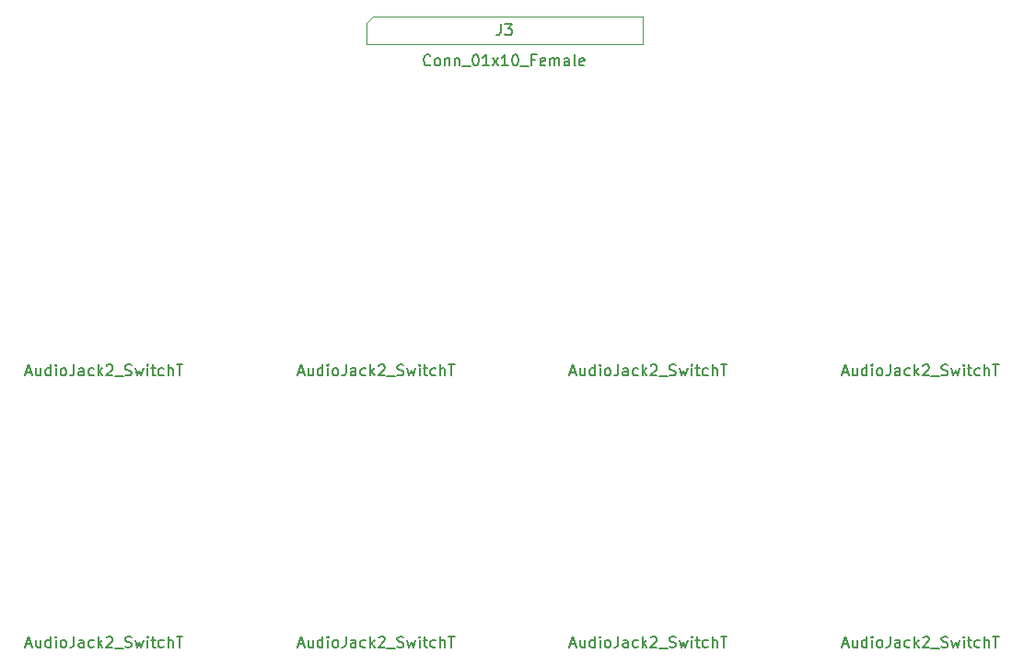
<source format=gbr>
%TF.GenerationSoftware,KiCad,Pcbnew,(5.1.9)-1*%
%TF.CreationDate,2021-09-12T18:45:55+01:00*%
%TF.ProjectId,Function Generator Jacks,46756e63-7469-46f6-9e20-47656e657261,rev?*%
%TF.SameCoordinates,Original*%
%TF.FileFunction,Other,Fab,Top*%
%FSLAX46Y46*%
G04 Gerber Fmt 4.6, Leading zero omitted, Abs format (unit mm)*
G04 Created by KiCad (PCBNEW (5.1.9)-1) date 2021-09-12 18:45:55*
%MOMM*%
%LPD*%
G01*
G04 APERTURE LIST*
%ADD10C,0.100000*%
%ADD11C,0.150000*%
G04 APERTURE END LIST*
D10*
%TO.C,J3*%
X79126000Y-58293000D02*
X53726000Y-58293000D01*
X79126000Y-55753000D02*
X79126000Y-58293000D01*
X54361000Y-55753000D02*
X79126000Y-55753000D01*
X53726000Y-56388000D02*
X54361000Y-55753000D01*
X53726000Y-58293000D02*
X53726000Y-56388000D01*
%TD*%
%TO.C,J1*%
D11*
X22448142Y-88525666D02*
X22924333Y-88525666D01*
X22352904Y-88811380D02*
X22686238Y-87811380D01*
X23019571Y-88811380D01*
X23781476Y-88144714D02*
X23781476Y-88811380D01*
X23352904Y-88144714D02*
X23352904Y-88668523D01*
X23400523Y-88763761D01*
X23495761Y-88811380D01*
X23638619Y-88811380D01*
X23733857Y-88763761D01*
X23781476Y-88716142D01*
X24686238Y-88811380D02*
X24686238Y-87811380D01*
X24686238Y-88763761D02*
X24590999Y-88811380D01*
X24400523Y-88811380D01*
X24305285Y-88763761D01*
X24257666Y-88716142D01*
X24210047Y-88620904D01*
X24210047Y-88335190D01*
X24257666Y-88239952D01*
X24305285Y-88192333D01*
X24400523Y-88144714D01*
X24590999Y-88144714D01*
X24686238Y-88192333D01*
X25162428Y-88811380D02*
X25162428Y-88144714D01*
X25162428Y-87811380D02*
X25114809Y-87859000D01*
X25162428Y-87906619D01*
X25210047Y-87859000D01*
X25162428Y-87811380D01*
X25162428Y-87906619D01*
X25781476Y-88811380D02*
X25686238Y-88763761D01*
X25638619Y-88716142D01*
X25590999Y-88620904D01*
X25590999Y-88335190D01*
X25638619Y-88239952D01*
X25686238Y-88192333D01*
X25781476Y-88144714D01*
X25924333Y-88144714D01*
X26019571Y-88192333D01*
X26067190Y-88239952D01*
X26114809Y-88335190D01*
X26114809Y-88620904D01*
X26067190Y-88716142D01*
X26019571Y-88763761D01*
X25924333Y-88811380D01*
X25781476Y-88811380D01*
X26829095Y-87811380D02*
X26829095Y-88525666D01*
X26781476Y-88668523D01*
X26686238Y-88763761D01*
X26543380Y-88811380D01*
X26448142Y-88811380D01*
X27733857Y-88811380D02*
X27733857Y-88287571D01*
X27686238Y-88192333D01*
X27590999Y-88144714D01*
X27400523Y-88144714D01*
X27305285Y-88192333D01*
X27733857Y-88763761D02*
X27638619Y-88811380D01*
X27400523Y-88811380D01*
X27305285Y-88763761D01*
X27257666Y-88668523D01*
X27257666Y-88573285D01*
X27305285Y-88478047D01*
X27400523Y-88430428D01*
X27638619Y-88430428D01*
X27733857Y-88382809D01*
X28638619Y-88763761D02*
X28543380Y-88811380D01*
X28352904Y-88811380D01*
X28257666Y-88763761D01*
X28210047Y-88716142D01*
X28162428Y-88620904D01*
X28162428Y-88335190D01*
X28210047Y-88239952D01*
X28257666Y-88192333D01*
X28352904Y-88144714D01*
X28543380Y-88144714D01*
X28638619Y-88192333D01*
X29067190Y-88811380D02*
X29067190Y-87811380D01*
X29162428Y-88430428D02*
X29448142Y-88811380D01*
X29448142Y-88144714D02*
X29067190Y-88525666D01*
X29829095Y-87906619D02*
X29876714Y-87859000D01*
X29971952Y-87811380D01*
X30210047Y-87811380D01*
X30305285Y-87859000D01*
X30352904Y-87906619D01*
X30400523Y-88001857D01*
X30400523Y-88097095D01*
X30352904Y-88239952D01*
X29781476Y-88811380D01*
X30400523Y-88811380D01*
X30590999Y-88906619D02*
X31352904Y-88906619D01*
X31543380Y-88763761D02*
X31686238Y-88811380D01*
X31924333Y-88811380D01*
X32019571Y-88763761D01*
X32067190Y-88716142D01*
X32114809Y-88620904D01*
X32114809Y-88525666D01*
X32067190Y-88430428D01*
X32019571Y-88382809D01*
X31924333Y-88335190D01*
X31733857Y-88287571D01*
X31638619Y-88239952D01*
X31591000Y-88192333D01*
X31543380Y-88097095D01*
X31543380Y-88001857D01*
X31591000Y-87906619D01*
X31638619Y-87859000D01*
X31733857Y-87811380D01*
X31971952Y-87811380D01*
X32114809Y-87859000D01*
X32448142Y-88144714D02*
X32638619Y-88811380D01*
X32829095Y-88335190D01*
X33019571Y-88811380D01*
X33210047Y-88144714D01*
X33591000Y-88811380D02*
X33591000Y-88144714D01*
X33591000Y-87811380D02*
X33543380Y-87859000D01*
X33591000Y-87906619D01*
X33638619Y-87859000D01*
X33591000Y-87811380D01*
X33591000Y-87906619D01*
X33924333Y-88144714D02*
X34305285Y-88144714D01*
X34067190Y-87811380D02*
X34067190Y-88668523D01*
X34114809Y-88763761D01*
X34210047Y-88811380D01*
X34305285Y-88811380D01*
X35067190Y-88763761D02*
X34971952Y-88811380D01*
X34781476Y-88811380D01*
X34686238Y-88763761D01*
X34638619Y-88716142D01*
X34590999Y-88620904D01*
X34590999Y-88335190D01*
X34638619Y-88239952D01*
X34686238Y-88192333D01*
X34781476Y-88144714D01*
X34971952Y-88144714D01*
X35067190Y-88192333D01*
X35495761Y-88811380D02*
X35495761Y-87811380D01*
X35924333Y-88811380D02*
X35924333Y-88287571D01*
X35876714Y-88192333D01*
X35781476Y-88144714D01*
X35638619Y-88144714D01*
X35543380Y-88192333D01*
X35495761Y-88239952D01*
X36257666Y-87811380D02*
X36829095Y-87811380D01*
X36543380Y-88811380D02*
X36543380Y-87811380D01*
%TO.C,J2*%
X22448142Y-113544666D02*
X22924333Y-113544666D01*
X22352904Y-113830380D02*
X22686238Y-112830380D01*
X23019571Y-113830380D01*
X23781476Y-113163714D02*
X23781476Y-113830380D01*
X23352904Y-113163714D02*
X23352904Y-113687523D01*
X23400523Y-113782761D01*
X23495761Y-113830380D01*
X23638619Y-113830380D01*
X23733857Y-113782761D01*
X23781476Y-113735142D01*
X24686238Y-113830380D02*
X24686238Y-112830380D01*
X24686238Y-113782761D02*
X24590999Y-113830380D01*
X24400523Y-113830380D01*
X24305285Y-113782761D01*
X24257666Y-113735142D01*
X24210047Y-113639904D01*
X24210047Y-113354190D01*
X24257666Y-113258952D01*
X24305285Y-113211333D01*
X24400523Y-113163714D01*
X24590999Y-113163714D01*
X24686238Y-113211333D01*
X25162428Y-113830380D02*
X25162428Y-113163714D01*
X25162428Y-112830380D02*
X25114809Y-112878000D01*
X25162428Y-112925619D01*
X25210047Y-112878000D01*
X25162428Y-112830380D01*
X25162428Y-112925619D01*
X25781476Y-113830380D02*
X25686238Y-113782761D01*
X25638619Y-113735142D01*
X25590999Y-113639904D01*
X25590999Y-113354190D01*
X25638619Y-113258952D01*
X25686238Y-113211333D01*
X25781476Y-113163714D01*
X25924333Y-113163714D01*
X26019571Y-113211333D01*
X26067190Y-113258952D01*
X26114809Y-113354190D01*
X26114809Y-113639904D01*
X26067190Y-113735142D01*
X26019571Y-113782761D01*
X25924333Y-113830380D01*
X25781476Y-113830380D01*
X26829095Y-112830380D02*
X26829095Y-113544666D01*
X26781476Y-113687523D01*
X26686238Y-113782761D01*
X26543380Y-113830380D01*
X26448142Y-113830380D01*
X27733857Y-113830380D02*
X27733857Y-113306571D01*
X27686238Y-113211333D01*
X27590999Y-113163714D01*
X27400523Y-113163714D01*
X27305285Y-113211333D01*
X27733857Y-113782761D02*
X27638619Y-113830380D01*
X27400523Y-113830380D01*
X27305285Y-113782761D01*
X27257666Y-113687523D01*
X27257666Y-113592285D01*
X27305285Y-113497047D01*
X27400523Y-113449428D01*
X27638619Y-113449428D01*
X27733857Y-113401809D01*
X28638619Y-113782761D02*
X28543380Y-113830380D01*
X28352904Y-113830380D01*
X28257666Y-113782761D01*
X28210047Y-113735142D01*
X28162428Y-113639904D01*
X28162428Y-113354190D01*
X28210047Y-113258952D01*
X28257666Y-113211333D01*
X28352904Y-113163714D01*
X28543380Y-113163714D01*
X28638619Y-113211333D01*
X29067190Y-113830380D02*
X29067190Y-112830380D01*
X29162428Y-113449428D02*
X29448142Y-113830380D01*
X29448142Y-113163714D02*
X29067190Y-113544666D01*
X29829095Y-112925619D02*
X29876714Y-112878000D01*
X29971952Y-112830380D01*
X30210047Y-112830380D01*
X30305285Y-112878000D01*
X30352904Y-112925619D01*
X30400523Y-113020857D01*
X30400523Y-113116095D01*
X30352904Y-113258952D01*
X29781476Y-113830380D01*
X30400523Y-113830380D01*
X30590999Y-113925619D02*
X31352904Y-113925619D01*
X31543380Y-113782761D02*
X31686238Y-113830380D01*
X31924333Y-113830380D01*
X32019571Y-113782761D01*
X32067190Y-113735142D01*
X32114809Y-113639904D01*
X32114809Y-113544666D01*
X32067190Y-113449428D01*
X32019571Y-113401809D01*
X31924333Y-113354190D01*
X31733857Y-113306571D01*
X31638619Y-113258952D01*
X31591000Y-113211333D01*
X31543380Y-113116095D01*
X31543380Y-113020857D01*
X31591000Y-112925619D01*
X31638619Y-112878000D01*
X31733857Y-112830380D01*
X31971952Y-112830380D01*
X32114809Y-112878000D01*
X32448142Y-113163714D02*
X32638619Y-113830380D01*
X32829095Y-113354190D01*
X33019571Y-113830380D01*
X33210047Y-113163714D01*
X33591000Y-113830380D02*
X33591000Y-113163714D01*
X33591000Y-112830380D02*
X33543380Y-112878000D01*
X33591000Y-112925619D01*
X33638619Y-112878000D01*
X33591000Y-112830380D01*
X33591000Y-112925619D01*
X33924333Y-113163714D02*
X34305285Y-113163714D01*
X34067190Y-112830380D02*
X34067190Y-113687523D01*
X34114809Y-113782761D01*
X34210047Y-113830380D01*
X34305285Y-113830380D01*
X35067190Y-113782761D02*
X34971952Y-113830380D01*
X34781476Y-113830380D01*
X34686238Y-113782761D01*
X34638619Y-113735142D01*
X34590999Y-113639904D01*
X34590999Y-113354190D01*
X34638619Y-113258952D01*
X34686238Y-113211333D01*
X34781476Y-113163714D01*
X34971952Y-113163714D01*
X35067190Y-113211333D01*
X35495761Y-113830380D02*
X35495761Y-112830380D01*
X35924333Y-113830380D02*
X35924333Y-113306571D01*
X35876714Y-113211333D01*
X35781476Y-113163714D01*
X35638619Y-113163714D01*
X35543380Y-113211333D01*
X35495761Y-113258952D01*
X36257666Y-112830380D02*
X36829095Y-112830380D01*
X36543380Y-113830380D02*
X36543380Y-112830380D01*
%TO.C,J4*%
X47467142Y-88525666D02*
X47943333Y-88525666D01*
X47371904Y-88811380D02*
X47705238Y-87811380D01*
X48038571Y-88811380D01*
X48800476Y-88144714D02*
X48800476Y-88811380D01*
X48371904Y-88144714D02*
X48371904Y-88668523D01*
X48419523Y-88763761D01*
X48514761Y-88811380D01*
X48657619Y-88811380D01*
X48752857Y-88763761D01*
X48800476Y-88716142D01*
X49705238Y-88811380D02*
X49705238Y-87811380D01*
X49705238Y-88763761D02*
X49610000Y-88811380D01*
X49419523Y-88811380D01*
X49324285Y-88763761D01*
X49276666Y-88716142D01*
X49229047Y-88620904D01*
X49229047Y-88335190D01*
X49276666Y-88239952D01*
X49324285Y-88192333D01*
X49419523Y-88144714D01*
X49610000Y-88144714D01*
X49705238Y-88192333D01*
X50181428Y-88811380D02*
X50181428Y-88144714D01*
X50181428Y-87811380D02*
X50133809Y-87859000D01*
X50181428Y-87906619D01*
X50229047Y-87859000D01*
X50181428Y-87811380D01*
X50181428Y-87906619D01*
X50800476Y-88811380D02*
X50705238Y-88763761D01*
X50657619Y-88716142D01*
X50610000Y-88620904D01*
X50610000Y-88335190D01*
X50657619Y-88239952D01*
X50705238Y-88192333D01*
X50800476Y-88144714D01*
X50943333Y-88144714D01*
X51038571Y-88192333D01*
X51086190Y-88239952D01*
X51133809Y-88335190D01*
X51133809Y-88620904D01*
X51086190Y-88716142D01*
X51038571Y-88763761D01*
X50943333Y-88811380D01*
X50800476Y-88811380D01*
X51848095Y-87811380D02*
X51848095Y-88525666D01*
X51800476Y-88668523D01*
X51705238Y-88763761D01*
X51562380Y-88811380D01*
X51467142Y-88811380D01*
X52752857Y-88811380D02*
X52752857Y-88287571D01*
X52705238Y-88192333D01*
X52610000Y-88144714D01*
X52419523Y-88144714D01*
X52324285Y-88192333D01*
X52752857Y-88763761D02*
X52657619Y-88811380D01*
X52419523Y-88811380D01*
X52324285Y-88763761D01*
X52276666Y-88668523D01*
X52276666Y-88573285D01*
X52324285Y-88478047D01*
X52419523Y-88430428D01*
X52657619Y-88430428D01*
X52752857Y-88382809D01*
X53657619Y-88763761D02*
X53562380Y-88811380D01*
X53371904Y-88811380D01*
X53276666Y-88763761D01*
X53229047Y-88716142D01*
X53181428Y-88620904D01*
X53181428Y-88335190D01*
X53229047Y-88239952D01*
X53276666Y-88192333D01*
X53371904Y-88144714D01*
X53562380Y-88144714D01*
X53657619Y-88192333D01*
X54086190Y-88811380D02*
X54086190Y-87811380D01*
X54181428Y-88430428D02*
X54467142Y-88811380D01*
X54467142Y-88144714D02*
X54086190Y-88525666D01*
X54848095Y-87906619D02*
X54895714Y-87859000D01*
X54990952Y-87811380D01*
X55229047Y-87811380D01*
X55324285Y-87859000D01*
X55371904Y-87906619D01*
X55419523Y-88001857D01*
X55419523Y-88097095D01*
X55371904Y-88239952D01*
X54800476Y-88811380D01*
X55419523Y-88811380D01*
X55610000Y-88906619D02*
X56371904Y-88906619D01*
X56562380Y-88763761D02*
X56705238Y-88811380D01*
X56943333Y-88811380D01*
X57038571Y-88763761D01*
X57086190Y-88716142D01*
X57133809Y-88620904D01*
X57133809Y-88525666D01*
X57086190Y-88430428D01*
X57038571Y-88382809D01*
X56943333Y-88335190D01*
X56752857Y-88287571D01*
X56657619Y-88239952D01*
X56610000Y-88192333D01*
X56562380Y-88097095D01*
X56562380Y-88001857D01*
X56610000Y-87906619D01*
X56657619Y-87859000D01*
X56752857Y-87811380D01*
X56990952Y-87811380D01*
X57133809Y-87859000D01*
X57467142Y-88144714D02*
X57657619Y-88811380D01*
X57848095Y-88335190D01*
X58038571Y-88811380D01*
X58229047Y-88144714D01*
X58610000Y-88811380D02*
X58610000Y-88144714D01*
X58610000Y-87811380D02*
X58562380Y-87859000D01*
X58610000Y-87906619D01*
X58657619Y-87859000D01*
X58610000Y-87811380D01*
X58610000Y-87906619D01*
X58943333Y-88144714D02*
X59324285Y-88144714D01*
X59086190Y-87811380D02*
X59086190Y-88668523D01*
X59133809Y-88763761D01*
X59229047Y-88811380D01*
X59324285Y-88811380D01*
X60086190Y-88763761D02*
X59990952Y-88811380D01*
X59800476Y-88811380D01*
X59705238Y-88763761D01*
X59657619Y-88716142D01*
X59609999Y-88620904D01*
X59609999Y-88335190D01*
X59657619Y-88239952D01*
X59705238Y-88192333D01*
X59800476Y-88144714D01*
X59990952Y-88144714D01*
X60086190Y-88192333D01*
X60514761Y-88811380D02*
X60514761Y-87811380D01*
X60943333Y-88811380D02*
X60943333Y-88287571D01*
X60895714Y-88192333D01*
X60800476Y-88144714D01*
X60657619Y-88144714D01*
X60562380Y-88192333D01*
X60514761Y-88239952D01*
X61276666Y-87811380D02*
X61848095Y-87811380D01*
X61562380Y-88811380D02*
X61562380Y-87811380D01*
%TO.C,J5*%
X47467142Y-113544666D02*
X47943333Y-113544666D01*
X47371904Y-113830380D02*
X47705238Y-112830380D01*
X48038571Y-113830380D01*
X48800476Y-113163714D02*
X48800476Y-113830380D01*
X48371904Y-113163714D02*
X48371904Y-113687523D01*
X48419523Y-113782761D01*
X48514761Y-113830380D01*
X48657619Y-113830380D01*
X48752857Y-113782761D01*
X48800476Y-113735142D01*
X49705238Y-113830380D02*
X49705238Y-112830380D01*
X49705238Y-113782761D02*
X49610000Y-113830380D01*
X49419523Y-113830380D01*
X49324285Y-113782761D01*
X49276666Y-113735142D01*
X49229047Y-113639904D01*
X49229047Y-113354190D01*
X49276666Y-113258952D01*
X49324285Y-113211333D01*
X49419523Y-113163714D01*
X49610000Y-113163714D01*
X49705238Y-113211333D01*
X50181428Y-113830380D02*
X50181428Y-113163714D01*
X50181428Y-112830380D02*
X50133809Y-112878000D01*
X50181428Y-112925619D01*
X50229047Y-112878000D01*
X50181428Y-112830380D01*
X50181428Y-112925619D01*
X50800476Y-113830380D02*
X50705238Y-113782761D01*
X50657619Y-113735142D01*
X50610000Y-113639904D01*
X50610000Y-113354190D01*
X50657619Y-113258952D01*
X50705238Y-113211333D01*
X50800476Y-113163714D01*
X50943333Y-113163714D01*
X51038571Y-113211333D01*
X51086190Y-113258952D01*
X51133809Y-113354190D01*
X51133809Y-113639904D01*
X51086190Y-113735142D01*
X51038571Y-113782761D01*
X50943333Y-113830380D01*
X50800476Y-113830380D01*
X51848095Y-112830380D02*
X51848095Y-113544666D01*
X51800476Y-113687523D01*
X51705238Y-113782761D01*
X51562380Y-113830380D01*
X51467142Y-113830380D01*
X52752857Y-113830380D02*
X52752857Y-113306571D01*
X52705238Y-113211333D01*
X52610000Y-113163714D01*
X52419523Y-113163714D01*
X52324285Y-113211333D01*
X52752857Y-113782761D02*
X52657619Y-113830380D01*
X52419523Y-113830380D01*
X52324285Y-113782761D01*
X52276666Y-113687523D01*
X52276666Y-113592285D01*
X52324285Y-113497047D01*
X52419523Y-113449428D01*
X52657619Y-113449428D01*
X52752857Y-113401809D01*
X53657619Y-113782761D02*
X53562380Y-113830380D01*
X53371904Y-113830380D01*
X53276666Y-113782761D01*
X53229047Y-113735142D01*
X53181428Y-113639904D01*
X53181428Y-113354190D01*
X53229047Y-113258952D01*
X53276666Y-113211333D01*
X53371904Y-113163714D01*
X53562380Y-113163714D01*
X53657619Y-113211333D01*
X54086190Y-113830380D02*
X54086190Y-112830380D01*
X54181428Y-113449428D02*
X54467142Y-113830380D01*
X54467142Y-113163714D02*
X54086190Y-113544666D01*
X54848095Y-112925619D02*
X54895714Y-112878000D01*
X54990952Y-112830380D01*
X55229047Y-112830380D01*
X55324285Y-112878000D01*
X55371904Y-112925619D01*
X55419523Y-113020857D01*
X55419523Y-113116095D01*
X55371904Y-113258952D01*
X54800476Y-113830380D01*
X55419523Y-113830380D01*
X55610000Y-113925619D02*
X56371904Y-113925619D01*
X56562380Y-113782761D02*
X56705238Y-113830380D01*
X56943333Y-113830380D01*
X57038571Y-113782761D01*
X57086190Y-113735142D01*
X57133809Y-113639904D01*
X57133809Y-113544666D01*
X57086190Y-113449428D01*
X57038571Y-113401809D01*
X56943333Y-113354190D01*
X56752857Y-113306571D01*
X56657619Y-113258952D01*
X56610000Y-113211333D01*
X56562380Y-113116095D01*
X56562380Y-113020857D01*
X56610000Y-112925619D01*
X56657619Y-112878000D01*
X56752857Y-112830380D01*
X56990952Y-112830380D01*
X57133809Y-112878000D01*
X57467142Y-113163714D02*
X57657619Y-113830380D01*
X57848095Y-113354190D01*
X58038571Y-113830380D01*
X58229047Y-113163714D01*
X58610000Y-113830380D02*
X58610000Y-113163714D01*
X58610000Y-112830380D02*
X58562380Y-112878000D01*
X58610000Y-112925619D01*
X58657619Y-112878000D01*
X58610000Y-112830380D01*
X58610000Y-112925619D01*
X58943333Y-113163714D02*
X59324285Y-113163714D01*
X59086190Y-112830380D02*
X59086190Y-113687523D01*
X59133809Y-113782761D01*
X59229047Y-113830380D01*
X59324285Y-113830380D01*
X60086190Y-113782761D02*
X59990952Y-113830380D01*
X59800476Y-113830380D01*
X59705238Y-113782761D01*
X59657619Y-113735142D01*
X59609999Y-113639904D01*
X59609999Y-113354190D01*
X59657619Y-113258952D01*
X59705238Y-113211333D01*
X59800476Y-113163714D01*
X59990952Y-113163714D01*
X60086190Y-113211333D01*
X60514761Y-113830380D02*
X60514761Y-112830380D01*
X60943333Y-113830380D02*
X60943333Y-113306571D01*
X60895714Y-113211333D01*
X60800476Y-113163714D01*
X60657619Y-113163714D01*
X60562380Y-113211333D01*
X60514761Y-113258952D01*
X61276666Y-112830380D02*
X61848095Y-112830380D01*
X61562380Y-113830380D02*
X61562380Y-112830380D01*
%TO.C,J6*%
X72486142Y-88525666D02*
X72962333Y-88525666D01*
X72390904Y-88811380D02*
X72724238Y-87811380D01*
X73057571Y-88811380D01*
X73819476Y-88144714D02*
X73819476Y-88811380D01*
X73390904Y-88144714D02*
X73390904Y-88668523D01*
X73438523Y-88763761D01*
X73533761Y-88811380D01*
X73676619Y-88811380D01*
X73771857Y-88763761D01*
X73819476Y-88716142D01*
X74724238Y-88811380D02*
X74724238Y-87811380D01*
X74724238Y-88763761D02*
X74629000Y-88811380D01*
X74438523Y-88811380D01*
X74343285Y-88763761D01*
X74295666Y-88716142D01*
X74248047Y-88620904D01*
X74248047Y-88335190D01*
X74295666Y-88239952D01*
X74343285Y-88192333D01*
X74438523Y-88144714D01*
X74629000Y-88144714D01*
X74724238Y-88192333D01*
X75200428Y-88811380D02*
X75200428Y-88144714D01*
X75200428Y-87811380D02*
X75152809Y-87859000D01*
X75200428Y-87906619D01*
X75248047Y-87859000D01*
X75200428Y-87811380D01*
X75200428Y-87906619D01*
X75819476Y-88811380D02*
X75724238Y-88763761D01*
X75676619Y-88716142D01*
X75629000Y-88620904D01*
X75629000Y-88335190D01*
X75676619Y-88239952D01*
X75724238Y-88192333D01*
X75819476Y-88144714D01*
X75962333Y-88144714D01*
X76057571Y-88192333D01*
X76105190Y-88239952D01*
X76152809Y-88335190D01*
X76152809Y-88620904D01*
X76105190Y-88716142D01*
X76057571Y-88763761D01*
X75962333Y-88811380D01*
X75819476Y-88811380D01*
X76867095Y-87811380D02*
X76867095Y-88525666D01*
X76819476Y-88668523D01*
X76724238Y-88763761D01*
X76581380Y-88811380D01*
X76486142Y-88811380D01*
X77771857Y-88811380D02*
X77771857Y-88287571D01*
X77724238Y-88192333D01*
X77629000Y-88144714D01*
X77438523Y-88144714D01*
X77343285Y-88192333D01*
X77771857Y-88763761D02*
X77676619Y-88811380D01*
X77438523Y-88811380D01*
X77343285Y-88763761D01*
X77295666Y-88668523D01*
X77295666Y-88573285D01*
X77343285Y-88478047D01*
X77438523Y-88430428D01*
X77676619Y-88430428D01*
X77771857Y-88382809D01*
X78676619Y-88763761D02*
X78581380Y-88811380D01*
X78390904Y-88811380D01*
X78295666Y-88763761D01*
X78248047Y-88716142D01*
X78200428Y-88620904D01*
X78200428Y-88335190D01*
X78248047Y-88239952D01*
X78295666Y-88192333D01*
X78390904Y-88144714D01*
X78581380Y-88144714D01*
X78676619Y-88192333D01*
X79105190Y-88811380D02*
X79105190Y-87811380D01*
X79200428Y-88430428D02*
X79486142Y-88811380D01*
X79486142Y-88144714D02*
X79105190Y-88525666D01*
X79867095Y-87906619D02*
X79914714Y-87859000D01*
X80009952Y-87811380D01*
X80248047Y-87811380D01*
X80343285Y-87859000D01*
X80390904Y-87906619D01*
X80438523Y-88001857D01*
X80438523Y-88097095D01*
X80390904Y-88239952D01*
X79819476Y-88811380D01*
X80438523Y-88811380D01*
X80629000Y-88906619D02*
X81390904Y-88906619D01*
X81581380Y-88763761D02*
X81724238Y-88811380D01*
X81962333Y-88811380D01*
X82057571Y-88763761D01*
X82105190Y-88716142D01*
X82152809Y-88620904D01*
X82152809Y-88525666D01*
X82105190Y-88430428D01*
X82057571Y-88382809D01*
X81962333Y-88335190D01*
X81771857Y-88287571D01*
X81676619Y-88239952D01*
X81629000Y-88192333D01*
X81581380Y-88097095D01*
X81581380Y-88001857D01*
X81629000Y-87906619D01*
X81676619Y-87859000D01*
X81771857Y-87811380D01*
X82009952Y-87811380D01*
X82152809Y-87859000D01*
X82486142Y-88144714D02*
X82676619Y-88811380D01*
X82867095Y-88335190D01*
X83057571Y-88811380D01*
X83248047Y-88144714D01*
X83629000Y-88811380D02*
X83629000Y-88144714D01*
X83629000Y-87811380D02*
X83581380Y-87859000D01*
X83629000Y-87906619D01*
X83676619Y-87859000D01*
X83629000Y-87811380D01*
X83629000Y-87906619D01*
X83962333Y-88144714D02*
X84343285Y-88144714D01*
X84105190Y-87811380D02*
X84105190Y-88668523D01*
X84152809Y-88763761D01*
X84248047Y-88811380D01*
X84343285Y-88811380D01*
X85105190Y-88763761D02*
X85009952Y-88811380D01*
X84819476Y-88811380D01*
X84724238Y-88763761D01*
X84676619Y-88716142D01*
X84629000Y-88620904D01*
X84629000Y-88335190D01*
X84676619Y-88239952D01*
X84724238Y-88192333D01*
X84819476Y-88144714D01*
X85009952Y-88144714D01*
X85105190Y-88192333D01*
X85533761Y-88811380D02*
X85533761Y-87811380D01*
X85962333Y-88811380D02*
X85962333Y-88287571D01*
X85914714Y-88192333D01*
X85819476Y-88144714D01*
X85676619Y-88144714D01*
X85581380Y-88192333D01*
X85533761Y-88239952D01*
X86295666Y-87811380D02*
X86867095Y-87811380D01*
X86581380Y-88811380D02*
X86581380Y-87811380D01*
%TO.C,J7*%
X72486142Y-113544666D02*
X72962333Y-113544666D01*
X72390904Y-113830380D02*
X72724238Y-112830380D01*
X73057571Y-113830380D01*
X73819476Y-113163714D02*
X73819476Y-113830380D01*
X73390904Y-113163714D02*
X73390904Y-113687523D01*
X73438523Y-113782761D01*
X73533761Y-113830380D01*
X73676619Y-113830380D01*
X73771857Y-113782761D01*
X73819476Y-113735142D01*
X74724238Y-113830380D02*
X74724238Y-112830380D01*
X74724238Y-113782761D02*
X74629000Y-113830380D01*
X74438523Y-113830380D01*
X74343285Y-113782761D01*
X74295666Y-113735142D01*
X74248047Y-113639904D01*
X74248047Y-113354190D01*
X74295666Y-113258952D01*
X74343285Y-113211333D01*
X74438523Y-113163714D01*
X74629000Y-113163714D01*
X74724238Y-113211333D01*
X75200428Y-113830380D02*
X75200428Y-113163714D01*
X75200428Y-112830380D02*
X75152809Y-112878000D01*
X75200428Y-112925619D01*
X75248047Y-112878000D01*
X75200428Y-112830380D01*
X75200428Y-112925619D01*
X75819476Y-113830380D02*
X75724238Y-113782761D01*
X75676619Y-113735142D01*
X75629000Y-113639904D01*
X75629000Y-113354190D01*
X75676619Y-113258952D01*
X75724238Y-113211333D01*
X75819476Y-113163714D01*
X75962333Y-113163714D01*
X76057571Y-113211333D01*
X76105190Y-113258952D01*
X76152809Y-113354190D01*
X76152809Y-113639904D01*
X76105190Y-113735142D01*
X76057571Y-113782761D01*
X75962333Y-113830380D01*
X75819476Y-113830380D01*
X76867095Y-112830380D02*
X76867095Y-113544666D01*
X76819476Y-113687523D01*
X76724238Y-113782761D01*
X76581380Y-113830380D01*
X76486142Y-113830380D01*
X77771857Y-113830380D02*
X77771857Y-113306571D01*
X77724238Y-113211333D01*
X77629000Y-113163714D01*
X77438523Y-113163714D01*
X77343285Y-113211333D01*
X77771857Y-113782761D02*
X77676619Y-113830380D01*
X77438523Y-113830380D01*
X77343285Y-113782761D01*
X77295666Y-113687523D01*
X77295666Y-113592285D01*
X77343285Y-113497047D01*
X77438523Y-113449428D01*
X77676619Y-113449428D01*
X77771857Y-113401809D01*
X78676619Y-113782761D02*
X78581380Y-113830380D01*
X78390904Y-113830380D01*
X78295666Y-113782761D01*
X78248047Y-113735142D01*
X78200428Y-113639904D01*
X78200428Y-113354190D01*
X78248047Y-113258952D01*
X78295666Y-113211333D01*
X78390904Y-113163714D01*
X78581380Y-113163714D01*
X78676619Y-113211333D01*
X79105190Y-113830380D02*
X79105190Y-112830380D01*
X79200428Y-113449428D02*
X79486142Y-113830380D01*
X79486142Y-113163714D02*
X79105190Y-113544666D01*
X79867095Y-112925619D02*
X79914714Y-112878000D01*
X80009952Y-112830380D01*
X80248047Y-112830380D01*
X80343285Y-112878000D01*
X80390904Y-112925619D01*
X80438523Y-113020857D01*
X80438523Y-113116095D01*
X80390904Y-113258952D01*
X79819476Y-113830380D01*
X80438523Y-113830380D01*
X80629000Y-113925619D02*
X81390904Y-113925619D01*
X81581380Y-113782761D02*
X81724238Y-113830380D01*
X81962333Y-113830380D01*
X82057571Y-113782761D01*
X82105190Y-113735142D01*
X82152809Y-113639904D01*
X82152809Y-113544666D01*
X82105190Y-113449428D01*
X82057571Y-113401809D01*
X81962333Y-113354190D01*
X81771857Y-113306571D01*
X81676619Y-113258952D01*
X81629000Y-113211333D01*
X81581380Y-113116095D01*
X81581380Y-113020857D01*
X81629000Y-112925619D01*
X81676619Y-112878000D01*
X81771857Y-112830380D01*
X82009952Y-112830380D01*
X82152809Y-112878000D01*
X82486142Y-113163714D02*
X82676619Y-113830380D01*
X82867095Y-113354190D01*
X83057571Y-113830380D01*
X83248047Y-113163714D01*
X83629000Y-113830380D02*
X83629000Y-113163714D01*
X83629000Y-112830380D02*
X83581380Y-112878000D01*
X83629000Y-112925619D01*
X83676619Y-112878000D01*
X83629000Y-112830380D01*
X83629000Y-112925619D01*
X83962333Y-113163714D02*
X84343285Y-113163714D01*
X84105190Y-112830380D02*
X84105190Y-113687523D01*
X84152809Y-113782761D01*
X84248047Y-113830380D01*
X84343285Y-113830380D01*
X85105190Y-113782761D02*
X85009952Y-113830380D01*
X84819476Y-113830380D01*
X84724238Y-113782761D01*
X84676619Y-113735142D01*
X84629000Y-113639904D01*
X84629000Y-113354190D01*
X84676619Y-113258952D01*
X84724238Y-113211333D01*
X84819476Y-113163714D01*
X85009952Y-113163714D01*
X85105190Y-113211333D01*
X85533761Y-113830380D02*
X85533761Y-112830380D01*
X85962333Y-113830380D02*
X85962333Y-113306571D01*
X85914714Y-113211333D01*
X85819476Y-113163714D01*
X85676619Y-113163714D01*
X85581380Y-113211333D01*
X85533761Y-113258952D01*
X86295666Y-112830380D02*
X86867095Y-112830380D01*
X86581380Y-113830380D02*
X86581380Y-112830380D01*
%TO.C,J8*%
X97505142Y-88525666D02*
X97981333Y-88525666D01*
X97409904Y-88811380D02*
X97743238Y-87811380D01*
X98076571Y-88811380D01*
X98838476Y-88144714D02*
X98838476Y-88811380D01*
X98409904Y-88144714D02*
X98409904Y-88668523D01*
X98457523Y-88763761D01*
X98552761Y-88811380D01*
X98695619Y-88811380D01*
X98790857Y-88763761D01*
X98838476Y-88716142D01*
X99743238Y-88811380D02*
X99743238Y-87811380D01*
X99743238Y-88763761D02*
X99648000Y-88811380D01*
X99457523Y-88811380D01*
X99362285Y-88763761D01*
X99314666Y-88716142D01*
X99267047Y-88620904D01*
X99267047Y-88335190D01*
X99314666Y-88239952D01*
X99362285Y-88192333D01*
X99457523Y-88144714D01*
X99648000Y-88144714D01*
X99743238Y-88192333D01*
X100219428Y-88811380D02*
X100219428Y-88144714D01*
X100219428Y-87811380D02*
X100171809Y-87859000D01*
X100219428Y-87906619D01*
X100267047Y-87859000D01*
X100219428Y-87811380D01*
X100219428Y-87906619D01*
X100838476Y-88811380D02*
X100743238Y-88763761D01*
X100695619Y-88716142D01*
X100648000Y-88620904D01*
X100648000Y-88335190D01*
X100695619Y-88239952D01*
X100743238Y-88192333D01*
X100838476Y-88144714D01*
X100981333Y-88144714D01*
X101076571Y-88192333D01*
X101124190Y-88239952D01*
X101171809Y-88335190D01*
X101171809Y-88620904D01*
X101124190Y-88716142D01*
X101076571Y-88763761D01*
X100981333Y-88811380D01*
X100838476Y-88811380D01*
X101886095Y-87811380D02*
X101886095Y-88525666D01*
X101838476Y-88668523D01*
X101743238Y-88763761D01*
X101600380Y-88811380D01*
X101505142Y-88811380D01*
X102790857Y-88811380D02*
X102790857Y-88287571D01*
X102743238Y-88192333D01*
X102648000Y-88144714D01*
X102457523Y-88144714D01*
X102362285Y-88192333D01*
X102790857Y-88763761D02*
X102695619Y-88811380D01*
X102457523Y-88811380D01*
X102362285Y-88763761D01*
X102314666Y-88668523D01*
X102314666Y-88573285D01*
X102362285Y-88478047D01*
X102457523Y-88430428D01*
X102695619Y-88430428D01*
X102790857Y-88382809D01*
X103695619Y-88763761D02*
X103600380Y-88811380D01*
X103409904Y-88811380D01*
X103314666Y-88763761D01*
X103267047Y-88716142D01*
X103219428Y-88620904D01*
X103219428Y-88335190D01*
X103267047Y-88239952D01*
X103314666Y-88192333D01*
X103409904Y-88144714D01*
X103600380Y-88144714D01*
X103695619Y-88192333D01*
X104124190Y-88811380D02*
X104124190Y-87811380D01*
X104219428Y-88430428D02*
X104505142Y-88811380D01*
X104505142Y-88144714D02*
X104124190Y-88525666D01*
X104886095Y-87906619D02*
X104933714Y-87859000D01*
X105028952Y-87811380D01*
X105267047Y-87811380D01*
X105362285Y-87859000D01*
X105409904Y-87906619D01*
X105457523Y-88001857D01*
X105457523Y-88097095D01*
X105409904Y-88239952D01*
X104838476Y-88811380D01*
X105457523Y-88811380D01*
X105648000Y-88906619D02*
X106409904Y-88906619D01*
X106600380Y-88763761D02*
X106743238Y-88811380D01*
X106981333Y-88811380D01*
X107076571Y-88763761D01*
X107124190Y-88716142D01*
X107171809Y-88620904D01*
X107171809Y-88525666D01*
X107124190Y-88430428D01*
X107076571Y-88382809D01*
X106981333Y-88335190D01*
X106790857Y-88287571D01*
X106695619Y-88239952D01*
X106648000Y-88192333D01*
X106600380Y-88097095D01*
X106600380Y-88001857D01*
X106648000Y-87906619D01*
X106695619Y-87859000D01*
X106790857Y-87811380D01*
X107028952Y-87811380D01*
X107171809Y-87859000D01*
X107505142Y-88144714D02*
X107695619Y-88811380D01*
X107886095Y-88335190D01*
X108076571Y-88811380D01*
X108267047Y-88144714D01*
X108648000Y-88811380D02*
X108648000Y-88144714D01*
X108648000Y-87811380D02*
X108600380Y-87859000D01*
X108648000Y-87906619D01*
X108695619Y-87859000D01*
X108648000Y-87811380D01*
X108648000Y-87906619D01*
X108981333Y-88144714D02*
X109362285Y-88144714D01*
X109124190Y-87811380D02*
X109124190Y-88668523D01*
X109171809Y-88763761D01*
X109267047Y-88811380D01*
X109362285Y-88811380D01*
X110124190Y-88763761D02*
X110028952Y-88811380D01*
X109838476Y-88811380D01*
X109743238Y-88763761D01*
X109695619Y-88716142D01*
X109648000Y-88620904D01*
X109648000Y-88335190D01*
X109695619Y-88239952D01*
X109743238Y-88192333D01*
X109838476Y-88144714D01*
X110028952Y-88144714D01*
X110124190Y-88192333D01*
X110552761Y-88811380D02*
X110552761Y-87811380D01*
X110981333Y-88811380D02*
X110981333Y-88287571D01*
X110933714Y-88192333D01*
X110838476Y-88144714D01*
X110695619Y-88144714D01*
X110600380Y-88192333D01*
X110552761Y-88239952D01*
X111314666Y-87811380D02*
X111886095Y-87811380D01*
X111600380Y-88811380D02*
X111600380Y-87811380D01*
%TO.C,J9*%
X97505142Y-113544666D02*
X97981333Y-113544666D01*
X97409904Y-113830380D02*
X97743238Y-112830380D01*
X98076571Y-113830380D01*
X98838476Y-113163714D02*
X98838476Y-113830380D01*
X98409904Y-113163714D02*
X98409904Y-113687523D01*
X98457523Y-113782761D01*
X98552761Y-113830380D01*
X98695619Y-113830380D01*
X98790857Y-113782761D01*
X98838476Y-113735142D01*
X99743238Y-113830380D02*
X99743238Y-112830380D01*
X99743238Y-113782761D02*
X99648000Y-113830380D01*
X99457523Y-113830380D01*
X99362285Y-113782761D01*
X99314666Y-113735142D01*
X99267047Y-113639904D01*
X99267047Y-113354190D01*
X99314666Y-113258952D01*
X99362285Y-113211333D01*
X99457523Y-113163714D01*
X99648000Y-113163714D01*
X99743238Y-113211333D01*
X100219428Y-113830380D02*
X100219428Y-113163714D01*
X100219428Y-112830380D02*
X100171809Y-112878000D01*
X100219428Y-112925619D01*
X100267047Y-112878000D01*
X100219428Y-112830380D01*
X100219428Y-112925619D01*
X100838476Y-113830380D02*
X100743238Y-113782761D01*
X100695619Y-113735142D01*
X100648000Y-113639904D01*
X100648000Y-113354190D01*
X100695619Y-113258952D01*
X100743238Y-113211333D01*
X100838476Y-113163714D01*
X100981333Y-113163714D01*
X101076571Y-113211333D01*
X101124190Y-113258952D01*
X101171809Y-113354190D01*
X101171809Y-113639904D01*
X101124190Y-113735142D01*
X101076571Y-113782761D01*
X100981333Y-113830380D01*
X100838476Y-113830380D01*
X101886095Y-112830380D02*
X101886095Y-113544666D01*
X101838476Y-113687523D01*
X101743238Y-113782761D01*
X101600380Y-113830380D01*
X101505142Y-113830380D01*
X102790857Y-113830380D02*
X102790857Y-113306571D01*
X102743238Y-113211333D01*
X102648000Y-113163714D01*
X102457523Y-113163714D01*
X102362285Y-113211333D01*
X102790857Y-113782761D02*
X102695619Y-113830380D01*
X102457523Y-113830380D01*
X102362285Y-113782761D01*
X102314666Y-113687523D01*
X102314666Y-113592285D01*
X102362285Y-113497047D01*
X102457523Y-113449428D01*
X102695619Y-113449428D01*
X102790857Y-113401809D01*
X103695619Y-113782761D02*
X103600380Y-113830380D01*
X103409904Y-113830380D01*
X103314666Y-113782761D01*
X103267047Y-113735142D01*
X103219428Y-113639904D01*
X103219428Y-113354190D01*
X103267047Y-113258952D01*
X103314666Y-113211333D01*
X103409904Y-113163714D01*
X103600380Y-113163714D01*
X103695619Y-113211333D01*
X104124190Y-113830380D02*
X104124190Y-112830380D01*
X104219428Y-113449428D02*
X104505142Y-113830380D01*
X104505142Y-113163714D02*
X104124190Y-113544666D01*
X104886095Y-112925619D02*
X104933714Y-112878000D01*
X105028952Y-112830380D01*
X105267047Y-112830380D01*
X105362285Y-112878000D01*
X105409904Y-112925619D01*
X105457523Y-113020857D01*
X105457523Y-113116095D01*
X105409904Y-113258952D01*
X104838476Y-113830380D01*
X105457523Y-113830380D01*
X105648000Y-113925619D02*
X106409904Y-113925619D01*
X106600380Y-113782761D02*
X106743238Y-113830380D01*
X106981333Y-113830380D01*
X107076571Y-113782761D01*
X107124190Y-113735142D01*
X107171809Y-113639904D01*
X107171809Y-113544666D01*
X107124190Y-113449428D01*
X107076571Y-113401809D01*
X106981333Y-113354190D01*
X106790857Y-113306571D01*
X106695619Y-113258952D01*
X106648000Y-113211333D01*
X106600380Y-113116095D01*
X106600380Y-113020857D01*
X106648000Y-112925619D01*
X106695619Y-112878000D01*
X106790857Y-112830380D01*
X107028952Y-112830380D01*
X107171809Y-112878000D01*
X107505142Y-113163714D02*
X107695619Y-113830380D01*
X107886095Y-113354190D01*
X108076571Y-113830380D01*
X108267047Y-113163714D01*
X108648000Y-113830380D02*
X108648000Y-113163714D01*
X108648000Y-112830380D02*
X108600380Y-112878000D01*
X108648000Y-112925619D01*
X108695619Y-112878000D01*
X108648000Y-112830380D01*
X108648000Y-112925619D01*
X108981333Y-113163714D02*
X109362285Y-113163714D01*
X109124190Y-112830380D02*
X109124190Y-113687523D01*
X109171809Y-113782761D01*
X109267047Y-113830380D01*
X109362285Y-113830380D01*
X110124190Y-113782761D02*
X110028952Y-113830380D01*
X109838476Y-113830380D01*
X109743238Y-113782761D01*
X109695619Y-113735142D01*
X109648000Y-113639904D01*
X109648000Y-113354190D01*
X109695619Y-113258952D01*
X109743238Y-113211333D01*
X109838476Y-113163714D01*
X110028952Y-113163714D01*
X110124190Y-113211333D01*
X110552761Y-113830380D02*
X110552761Y-112830380D01*
X110981333Y-113830380D02*
X110981333Y-113306571D01*
X110933714Y-113211333D01*
X110838476Y-113163714D01*
X110695619Y-113163714D01*
X110600380Y-113211333D01*
X110552761Y-113258952D01*
X111314666Y-112830380D02*
X111886095Y-112830380D01*
X111600380Y-113830380D02*
X111600380Y-112830380D01*
%TO.C,J3*%
X59610285Y-60180142D02*
X59562666Y-60227761D01*
X59419809Y-60275380D01*
X59324571Y-60275380D01*
X59181714Y-60227761D01*
X59086476Y-60132523D01*
X59038857Y-60037285D01*
X58991238Y-59846809D01*
X58991238Y-59703952D01*
X59038857Y-59513476D01*
X59086476Y-59418238D01*
X59181714Y-59323000D01*
X59324571Y-59275380D01*
X59419809Y-59275380D01*
X59562666Y-59323000D01*
X59610285Y-59370619D01*
X60181714Y-60275380D02*
X60086476Y-60227761D01*
X60038857Y-60180142D01*
X59991238Y-60084904D01*
X59991238Y-59799190D01*
X60038857Y-59703952D01*
X60086476Y-59656333D01*
X60181714Y-59608714D01*
X60324571Y-59608714D01*
X60419809Y-59656333D01*
X60467428Y-59703952D01*
X60515047Y-59799190D01*
X60515047Y-60084904D01*
X60467428Y-60180142D01*
X60419809Y-60227761D01*
X60324571Y-60275380D01*
X60181714Y-60275380D01*
X60943619Y-59608714D02*
X60943619Y-60275380D01*
X60943619Y-59703952D02*
X60991238Y-59656333D01*
X61086476Y-59608714D01*
X61229333Y-59608714D01*
X61324571Y-59656333D01*
X61372190Y-59751571D01*
X61372190Y-60275380D01*
X61848380Y-59608714D02*
X61848380Y-60275380D01*
X61848380Y-59703952D02*
X61896000Y-59656333D01*
X61991238Y-59608714D01*
X62134095Y-59608714D01*
X62229333Y-59656333D01*
X62276952Y-59751571D01*
X62276952Y-60275380D01*
X62515047Y-60370619D02*
X63276952Y-60370619D01*
X63705523Y-59275380D02*
X63800761Y-59275380D01*
X63896000Y-59323000D01*
X63943619Y-59370619D01*
X63991238Y-59465857D01*
X64038857Y-59656333D01*
X64038857Y-59894428D01*
X63991238Y-60084904D01*
X63943619Y-60180142D01*
X63896000Y-60227761D01*
X63800761Y-60275380D01*
X63705523Y-60275380D01*
X63610285Y-60227761D01*
X63562666Y-60180142D01*
X63515047Y-60084904D01*
X63467428Y-59894428D01*
X63467428Y-59656333D01*
X63515047Y-59465857D01*
X63562666Y-59370619D01*
X63610285Y-59323000D01*
X63705523Y-59275380D01*
X64991238Y-60275380D02*
X64419809Y-60275380D01*
X64705523Y-60275380D02*
X64705523Y-59275380D01*
X64610285Y-59418238D01*
X64515047Y-59513476D01*
X64419809Y-59561095D01*
X65324571Y-60275380D02*
X65848380Y-59608714D01*
X65324571Y-59608714D02*
X65848380Y-60275380D01*
X66753142Y-60275380D02*
X66181714Y-60275380D01*
X66467428Y-60275380D02*
X66467428Y-59275380D01*
X66372190Y-59418238D01*
X66276952Y-59513476D01*
X66181714Y-59561095D01*
X67372190Y-59275380D02*
X67467428Y-59275380D01*
X67562666Y-59323000D01*
X67610285Y-59370619D01*
X67657904Y-59465857D01*
X67705523Y-59656333D01*
X67705523Y-59894428D01*
X67657904Y-60084904D01*
X67610285Y-60180142D01*
X67562666Y-60227761D01*
X67467428Y-60275380D01*
X67372190Y-60275380D01*
X67276952Y-60227761D01*
X67229333Y-60180142D01*
X67181714Y-60084904D01*
X67134095Y-59894428D01*
X67134095Y-59656333D01*
X67181714Y-59465857D01*
X67229333Y-59370619D01*
X67276952Y-59323000D01*
X67372190Y-59275380D01*
X67896000Y-60370619D02*
X68657904Y-60370619D01*
X69229333Y-59751571D02*
X68896000Y-59751571D01*
X68896000Y-60275380D02*
X68896000Y-59275380D01*
X69372190Y-59275380D01*
X70134095Y-60227761D02*
X70038857Y-60275380D01*
X69848380Y-60275380D01*
X69753142Y-60227761D01*
X69705523Y-60132523D01*
X69705523Y-59751571D01*
X69753142Y-59656333D01*
X69848380Y-59608714D01*
X70038857Y-59608714D01*
X70134095Y-59656333D01*
X70181714Y-59751571D01*
X70181714Y-59846809D01*
X69705523Y-59942047D01*
X70610285Y-60275380D02*
X70610285Y-59608714D01*
X70610285Y-59703952D02*
X70657904Y-59656333D01*
X70753142Y-59608714D01*
X70896000Y-59608714D01*
X70991238Y-59656333D01*
X71038857Y-59751571D01*
X71038857Y-60275380D01*
X71038857Y-59751571D02*
X71086476Y-59656333D01*
X71181714Y-59608714D01*
X71324571Y-59608714D01*
X71419809Y-59656333D01*
X71467428Y-59751571D01*
X71467428Y-60275380D01*
X72372190Y-60275380D02*
X72372190Y-59751571D01*
X72324571Y-59656333D01*
X72229333Y-59608714D01*
X72038857Y-59608714D01*
X71943619Y-59656333D01*
X72372190Y-60227761D02*
X72276952Y-60275380D01*
X72038857Y-60275380D01*
X71943619Y-60227761D01*
X71896000Y-60132523D01*
X71896000Y-60037285D01*
X71943619Y-59942047D01*
X72038857Y-59894428D01*
X72276952Y-59894428D01*
X72372190Y-59846809D01*
X72991238Y-60275380D02*
X72896000Y-60227761D01*
X72848380Y-60132523D01*
X72848380Y-59275380D01*
X73753142Y-60227761D02*
X73657904Y-60275380D01*
X73467428Y-60275380D01*
X73372190Y-60227761D01*
X73324571Y-60132523D01*
X73324571Y-59751571D01*
X73372190Y-59656333D01*
X73467428Y-59608714D01*
X73657904Y-59608714D01*
X73753142Y-59656333D01*
X73800761Y-59751571D01*
X73800761Y-59846809D01*
X73324571Y-59942047D01*
X66092666Y-56475380D02*
X66092666Y-57189666D01*
X66045047Y-57332523D01*
X65949809Y-57427761D01*
X65806952Y-57475380D01*
X65711714Y-57475380D01*
X66473619Y-56475380D02*
X67092666Y-56475380D01*
X66759333Y-56856333D01*
X66902190Y-56856333D01*
X66997428Y-56903952D01*
X67045047Y-56951571D01*
X67092666Y-57046809D01*
X67092666Y-57284904D01*
X67045047Y-57380142D01*
X66997428Y-57427761D01*
X66902190Y-57475380D01*
X66616476Y-57475380D01*
X66521238Y-57427761D01*
X66473619Y-57380142D01*
%TD*%
M02*

</source>
